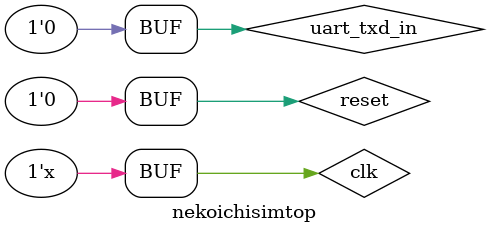
<source format=sv>
`timescale 1ns / 1ps

module nekoichisimtop( );

// parameter SIMULATION = "TRUE";

logic clk;
logic reset;

wire uart_rxd_out;
logic uart_txd_in = 1'b0;

wire tx_mclk, tx_lrck, tx_sclk, tx_sdout;

// Startup
initial begin
	clk = 1'b0;
	reset = 1'b1;
	#25 reset = 1'b0;
	$display("NekoIchi device startup (post-reset)");
end

wire ddr3_reset_n;
wire [0:0]   ddr3_cke;
wire [0:0]   ddr3_ck_p; 
wire [0:0]   ddr3_ck_n;
wire [0:0]   ddr3_cs_n;
wire ddr3_ras_n; 
wire ddr3_cas_n;
wire ddr3_we_n;
wire [2:0]   ddr3_ba;
wire [13:0]  ddr3_addr;
wire [0:0]   ddr3_odt;
wire [1:0]   ddr3_dm;
wire [1:0]   ddr3_dqs_p;
wire [1:0]   ddr3_dqs_n;
wire [15:0]  ddr3_dq;

ddr3_model ddr3simmod(
    .rst_n(ddr3_reset_n),
    .ck(ddr3_ck_p),
    .ck_n(ddr3_ck_n),
    .cke(ddr3_cke),
    .cs_n(ddr3_cs_n),
    .ras_n(ddr3_ras_n),
    .cas_n(ddr3_cas_n),
    .we_n(ddr3_we_n),
    .dm_tdqs(ddr3_dm),
    .ba(ddr3_ba),
    .addr(ddr3_addr),
    .dq(ddr3_dq),
    .dqs(ddr3_dqs_p),
    .dqs_n(ddr3_dqs_n),
    .tdqs_n(), // out
    .odt(ddr3_odt) );

// Top module simulation instance
nekotop simtop(
	.CLK_I(clk),
	.RST_I(reset),

	.uart_rxd_out(uart_rxd_out),
	.uart_txd_in(uart_txd_in),

    .ddr3_reset_n(ddr3_reset_n),	// TODO: Tie the DDR3 sim code here
    .ddr3_cke(ddr3_cke),
    .ddr3_ck_p(ddr3_ck_p),  // -
    .ddr3_ck_n(ddr3_ck_n),
    .ddr3_cs_n(ddr3_cs_n),
    .ddr3_ras_n(ddr3_ras_n), 
    .ddr3_cas_n(ddr3_cas_n), 
    .ddr3_we_n(ddr3_we_n),
    .ddr3_ba(ddr3_ba),
    .ddr3_addr(ddr3_addr),
    .ddr3_odt(ddr3_odt),
    .ddr3_dm(ddr3_dm), // -
    .ddr3_dqs_p(ddr3_dqs_p), // -
    .ddr3_dqs_n(ddr3_dqs_n),
    .ddr3_dq(ddr3_dq),

	.switches(4'b0000),	// No switch set
	.buttons(3'b000),	// No button held down

	.spi_cs_n(),
	.spi_mosi(),
	.spi_miso(),
	.spi_sck(),
	.spi_cd(1'b1),		// 1: No card

    .tx_mclk(tx_mclk),	// Audio output is ignored in simulation
    .tx_lrck(tx_lrck),
    .tx_sclk(tx_sclk),
    .tx_sdout(tx_sdout),

	.DVI_R(),			// Video output is ignored in simulation
	.DVI_G(),
	.DVI_B(),
	.DVI_HS(),
	.DVI_VS(),
	.DVI_DE(),
	.DVI_CLK() );

// Feed a 100Mhz external clock to top module
always begin
	#5 clk = ~clk;
end

endmodule

</source>
